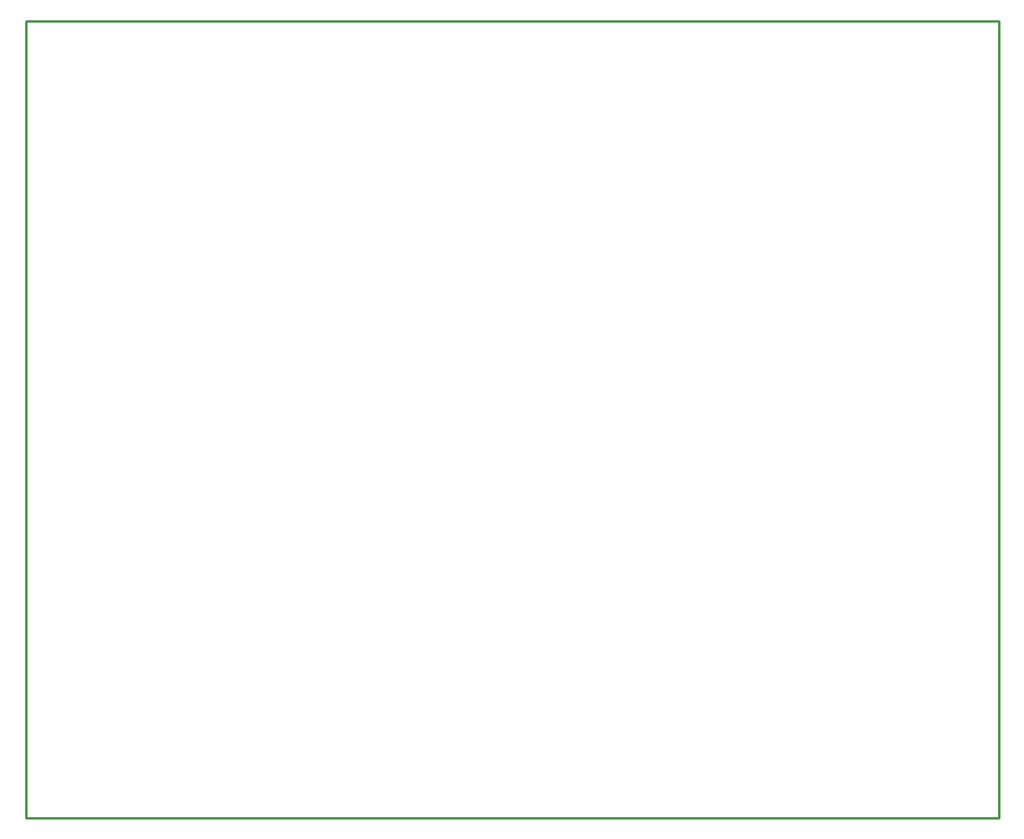
<source format=gbr>
G04 Generated by Ultiboard 14.1 *
%FSLAX25Y25*%
%MOIN*%

%ADD10C,0.00001*%
%ADD11C,0.01000*%


G04 ColorRGB 00FFFF for the following layer *
%LNBoard Outline*%
%LPD*%
G54D10*
G54D11*
X0Y0D02*
X400000Y0D01*
X400000Y328000D01*
X0Y328000D01*
X0Y0D01*
X0Y0D02*
X400000Y0D01*
X400000Y328000D01*
X0Y328000D01*
X0Y0D01*

M02*

</source>
